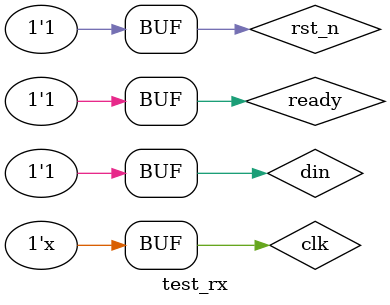
<source format=v>
`timescale 1 ns / 100 ps
module test_rx();
  reg clk,rst_n;
  reg din;
  reg ready;
  wire data_out;
    
	
	myip2_v1_0_lzs_m inst(
	.M_AXIS_ACLK(clk),
	.M_AXIS_ARESETN(rst_n),
.M_AXIS_TREADY(ready),
	.din(din)
	);
	always #5  clk=~clk;
	initial begin
	   rst_n=0;
	   clk=0;
	  ready=1;
	    
	    din=1;
	   #22 rst_n=1;
	   #8657 din=0;
	   
	   #8657 din=0;
	   #8657 din=1;
	   #8657 din=0;
	   #8657 din=1;
	   #8657 din=0;
	   #8657 din=1;
	   #8657 din=0;
	   #8657 din=1;
	     #8657 din=1;
	  
	    #8657 din=0;
	    
		#8657 din=1;
		#8657 din=1;
		#8657 din=1;
		#8657 din=1;
		 #8657 din=0;
		 #8657 din=0;
		 #8657 din=0;
		 #8657 din=0;
		 
	  #8657 din=1;
		 
	    #8657 din=0;
	    
		#8657 din=1;
		#8657 din=1;
		#8657 din=0;
		#8657 din=0;
		 #8657 din=1;
		 #8657 din=1;
		 #8657 din=0;
		 #8657 din=0;
		 
		 #8657 din=1;
		  
		  
	    #8657 din=0;
		#8657 din=1;
		#8657 din=1;
		#8657 din=0;
		#8657 din=0;
		 #8657 din=0;
		 #8657 din=0;
		 #8657 din=1;
		 #8657 din=1;
		 
		 #8657 din=1;
	
	   end
	   endmodule
</source>
